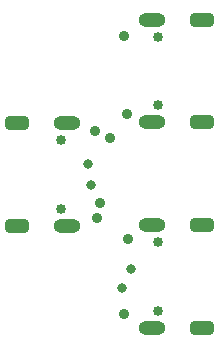
<source format=gbs>
G04*
G04 #@! TF.GenerationSoftware,Altium Limited,Altium Designer,25.6.2 (33)*
G04*
G04 Layer_Color=16711935*
%FSLAX44Y44*%
%MOMM*%
G71*
G04*
G04 #@! TF.SameCoordinates,9BB86C1C-490A-4274-8EA7-9D778CBDAB0B*
G04*
G04*
G04 #@! TF.FilePolarity,Negative*
G04*
G01*
G75*
%ADD16C,0.8532*%
%ADD17O,2.3032X1.2032*%
G04:AMPARAMS|DCode=18|XSize=2.0032mm|YSize=1.2032mm|CornerRadius=0.3516mm|HoleSize=0mm|Usage=FLASHONLY|Rotation=180.000|XOffset=0mm|YOffset=0mm|HoleType=Round|Shape=RoundedRectangle|*
%AMROUNDEDRECTD18*
21,1,2.0032,0.5000,0,0,180.0*
21,1,1.3000,1.2032,0,0,180.0*
1,1,0.7032,-0.6500,0.2500*
1,1,0.7032,0.6500,0.2500*
1,1,0.7032,0.6500,-0.2500*
1,1,0.7032,-0.6500,-0.2500*
%
%ADD18ROUNDEDRECTD18*%
%ADD19C,0.8032*%
%ADD20C,0.9032*%
D16*
X399970Y310170D02*
D03*
Y367970D02*
D03*
Y483870D02*
D03*
Y541670D02*
D03*
X317470Y454330D02*
D03*
Y396530D02*
D03*
D17*
X394970Y382270D02*
D03*
Y295870D02*
D03*
Y555970D02*
D03*
Y469570D02*
D03*
X322470Y382230D02*
D03*
Y468630D02*
D03*
D18*
X436770Y382270D02*
D03*
Y295870D02*
D03*
Y555970D02*
D03*
Y469570D02*
D03*
X280670Y382230D02*
D03*
Y468630D02*
D03*
D19*
X342900Y416560D02*
D03*
X340360Y434340D02*
D03*
X369570Y328930D02*
D03*
X377190Y345440D02*
D03*
D20*
X370840Y307340D02*
D03*
X374650Y370840D02*
D03*
X370840Y542290D02*
D03*
X373380Y476250D02*
D03*
X346710Y462280D02*
D03*
X347980Y388620D02*
D03*
X350520Y401320D02*
D03*
X359410Y455930D02*
D03*
M02*

</source>
